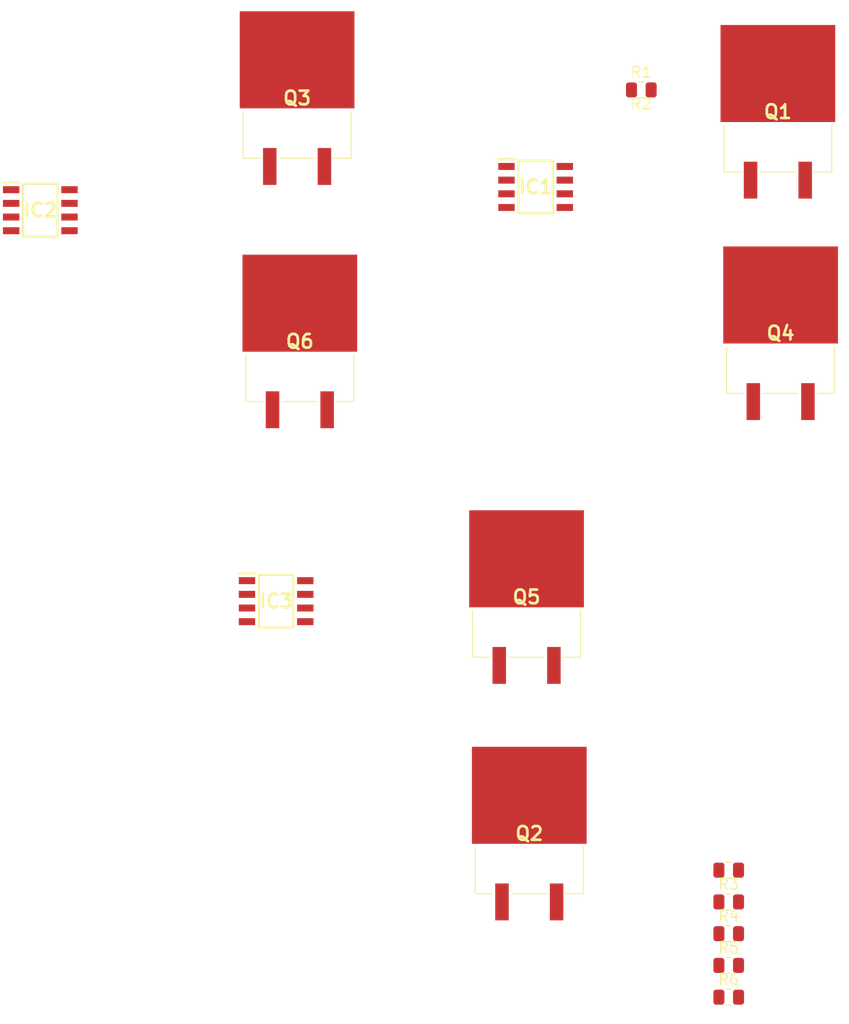
<source format=kicad_pcb>
(kicad_pcb (version 20221018) (generator pcbnew)
  (layers (0 "F.Cu" signal) (31 "B.Cu" signal) (34 "B.Paste" user) (35 "F.Paste" user) (36 "B.SilkS" user "B.Silkscreen") (37 "F.SilkS" user "F.Silkscreen") (38 "B.Mask" user) (39 "F.Mask" user) (44 "Edge.Cuts" user))
  (net 0 "")
  (net 6 "Net-(IC1-BOOTLO)")
  (net 7 "Net-(IC1-HIGHDR)")
  (net 14 "Net-(IC2-BOOTLO)")
  (net 15 "Net-(IC2-HIGHDR)")
  (net 22 "Net-(IC3-BOOTLO)")
  (net 23 "Net-(IC3-HIGHDR)")
  (net 25 "Net-(Q1-G)")
  (net 27 "Net-(Q1-S)")
  (net 28 "Net-(Q2-G)")
  (net 30 "Net-(Q2-S)")
  (net 31 "Net-(Q3-G)")
  (net 33 "Net-(Q3-S)")
  (net 34 "Net-(Q4-G)")
  (net 36 "Net-(Q5-G)")
  (net 38 "Net-(Q6-G)")
  (footprint "Resistor_SMD:R_0805_2012Metric" (layer "F.Cu") (at 122.174 129.032)
    (fp_text reference "R3" (at 0 -1.65) (layer "F.SilkS"))
    (fp_text value "1")
    (fp_line (start -0.227064 -0.735) (end 0.227064 -0.735) (stroke (width 0.12)) (layer "F.SilkS"))
    (fp_line (start -0.227064 0.735) (end 0.227064 0.735) (stroke (width 0.12)) (layer "F.SilkS"))
    (pad "1" smd roundrect (at -0.9125 0) (size 1.025 1.4) (layers "F.Cu" "F.Paste" "F.Mask") (roundrect_rratio 0.243902) (net 15 "Net-(IC2-HIGHDR)"))
    (pad "2" smd roundrect (at 0.9125 0) (size 1.025 1.4) (layers "F.Cu" "F.Paste" "F.Mask") (roundrect_rratio 0.243902) (net 28 "Net-(Q2-G)"))
  )
  (footprint "Importés_onduleur:TPS2836DR" (layer "F.Cu") (at 80.092 101.092)
    (fp_text reference "IC3" (at 0 0) (layer "F.SilkS") (effects (font (size 1.27 1.27) (thickness 0.254))))
    (fp_text value "TPS2836DR" hide)
    (fp_line (start -3.475 -2.58) (end -1.95 -2.58) (stroke (width 0.2)) (layer "F.SilkS"))
    (fp_line (start -1.6 -2.45) (end 1.6 -2.45) (stroke (width 0.2)) (layer "F.SilkS"))
    (fp_line (start -1.6 2.45) (end -1.6 -2.45) (stroke (width 0.2)) (layer "F.SilkS"))
    (fp_line (start 1.6 -2.45) (end 1.6 2.45) (stroke (width 0.2)) (layer "F.SilkS"))
    (fp_line (start 1.6 2.45) (end -1.6 2.45) (stroke (width 0.2)) (layer "F.SilkS"))
    (pad "1" smd rect (at -2.712 -1.905 90) (size 0.65 1.525) (layers "F.Cu" "F.Paste" "F.Mask"))
    (pad "2" smd rect (at -2.712 -0.635 90) (size 0.65 1.525) (layers "F.Cu" "F.Paste" "F.Mask"))
    (pad "3" smd rect (at -2.712 0.635 90) (size 0.65 1.525) (layers "F.Cu" "F.Paste" "F.Mask"))
    (pad "4" smd rect (at -2.712 1.905 90) (size 0.65 1.525) (layers "F.Cu" "F.Paste" "F.Mask"))
    (pad "5" smd rect (at 2.712 1.905 90) (size 0.65 1.525) (layers "F.Cu" "F.Paste" "F.Mask"))
    (pad "6" smd rect (at 2.712 0.635 90) (size 0.65 1.525) (layers "F.Cu" "F.Paste" "F.Mask") (net 22 "Net-(IC3-BOOTLO)"))
    (pad "7" smd rect (at 2.712 -0.635 90) (size 0.65 1.525) (layers "F.Cu" "F.Paste" "F.Mask") (net 23 "Net-(IC3-HIGHDR)"))
    (pad "8" smd rect (at 2.712 -1.905 90) (size 0.65 1.525) (layers "F.Cu" "F.Paste" "F.Mask"))
  )
  (footprint "Resistor_SMD:R_0805_2012Metric" (layer "F.Cu") (at 122.174 126.082)
    (fp_text reference "R2" (at -8.128 -71.188) (layer "F.SilkS"))
    (fp_text value "5")
    (fp_line (start -0.227064 -0.735) (end 0.227064 -0.735) (stroke (width 0.12)) (layer "F.SilkS"))
    (fp_line (start -0.227064 0.735) (end 0.227064 0.735) (stroke (width 0.12)) (layer "F.SilkS"))
    (pad "1" smd roundrect (at -0.9125 0) (size 1.025 1.4) (layers "F.Cu" "F.Paste" "F.Mask") (roundrect_rratio 0.243902) (net 6 "Net-(IC1-BOOTLO)"))
    (pad "2" smd roundrect (at 0.9125 0) (size 1.025 1.4) (layers "F.Cu" "F.Paste" "F.Mask") (roundrect_rratio 0.243902) (net 34 "Net-(Q4-G)"))
  )
  (footprint "Resistor_SMD:R_0805_2012Metric" (layer "F.Cu") (at 122.174 131.982)
    (fp_text reference "R4" (at 0 -1.65) (layer "F.SilkS"))
    (fp_text value "5")
    (fp_line (start -0.227064 -0.735) (end 0.227064 -0.735) (stroke (width 0.12)) (layer "F.SilkS"))
    (fp_line (start -0.227064 0.735) (end 0.227064 0.735) (stroke (width 0.12)) (layer "F.SilkS"))
    (pad "1" smd roundrect (at -0.9125 0) (size 1.025 1.4) (layers "F.Cu" "F.Paste" "F.Mask") (roundrect_rratio 0.243902) (net 14 "Net-(IC2-BOOTLO)"))
    (pad "2" smd roundrect (at 0.9125 0) (size 1.025 1.4) (layers "F.Cu" "F.Paste" "F.Mask") (roundrect_rratio 0.243902) (net 36 "Net-(Q5-G)"))
  )
  (footprint "Importés_onduleur:SUM60N1017E3" (layer "F.Cu") (at 103.632 124.079)
    (fp_text reference "Q2" (at 0 -1.397) (layer "F.SilkS") (effects (font (size 1.27 1.27) (thickness 0.254))))
    (fp_text value "SUM60N10-17-E3" hide)
    (fp_line (start -5.017 4.191) (end -5.017 -0.153) (stroke (width 0.1)) (layer "F.SilkS"))
    (fp_line (start -3.4 4.191) (end -5.017 4.191) (stroke (width 0.1)) (layer "F.SilkS"))
    (fp_line (start 1.6 4.191) (end -1.6 4.191) (stroke (width 0.1)) (layer "F.SilkS"))
    (fp_line (start 5.017 -0.153) (end 5.017 4.191) (stroke (width 0.1)) (layer "F.SilkS"))
    (fp_line (start 5.017 4.191) (end 3.4 4.191) (stroke (width 0.1)) (layer "F.SilkS"))
    (pad "1" smd rect (at -2.54 4.953) (size 1.257 3.429) (layers "F.Cu" "F.Paste" "F.Mask") (net 28 "Net-(Q2-G)"))
    (pad "2" smd rect (at 0 -4.953 90) (size 9.017 10.668) (layers "F.Cu" "F.Paste" "F.Mask"))
    (pad "3" smd rect (at 2.54 4.953) (size 1.257 3.429) (layers "F.Cu" "F.Paste" "F.Mask") (net 30 "Net-(Q2-S)"))
  )
  (footprint "Resistor_SMD:R_0805_2012Metric" (layer "F.Cu") (at 114.046 53.594)
    (fp_text reference "R1" (at 0 -1.65) (layer "F.SilkS"))
    (fp_text value "1")
    (fp_line (start -0.227064 -0.735) (end 0.227064 -0.735) (stroke (width 0.12)) (layer "F.SilkS"))
    (fp_line (start -0.227064 0.735) (end 0.227064 0.735) (stroke (width 0.12)) (layer "F.SilkS"))
    (pad "1" smd roundrect (at -0.9125 0) (size 1.025 1.4) (layers "F.Cu" "F.Paste" "F.Mask") (roundrect_rratio 0.243902) (net 7 "Net-(IC1-HIGHDR)"))
    (pad "2" smd roundrect (at 0.9125 0) (size 1.025 1.4) (layers "F.Cu" "F.Paste" "F.Mask") (roundrect_rratio 0.243902) (net 25 "Net-(Q1-G)"))
  )
  (footprint "Importés_onduleur:TPS2836DR" (layer "F.Cu") (at 104.222 62.611)
    (fp_text reference "IC1" (at 0 0) (layer "F.SilkS") (effects (font (size 1.27 1.27) (thickness 0.254))))
    (fp_text value "TPS2836DR" hide)
    (fp_line (start -3.475 -2.58) (end -1.95 -2.58) (stroke (width 0.2)) (layer "F.SilkS"))
    (fp_line (start -1.6 -2.45) (end 1.6 -2.45) (stroke (width 0.2)) (layer "F.SilkS"))
    (fp_line (start -1.6 2.45) (end -1.6 -2.45) (stroke (width 0.2)) (layer "F.SilkS"))
    (fp_line (start 1.6 -2.45) (end 1.6 2.45) (stroke (width 0.2)) (layer "F.SilkS"))
    (fp_line (start 1.6 2.45) (end -1.6 2.45) (stroke (width 0.2)) (layer "F.SilkS"))
    (pad "1" smd rect (at -2.712 -1.905 90) (size 0.65 1.525) (layers "F.Cu" "F.Paste" "F.Mask"))
    (pad "2" smd rect (at -2.712 -0.635 90) (size 0.65 1.525) (layers "F.Cu" "F.Paste" "F.Mask"))
    (pad "3" smd rect (at -2.712 0.635 90) (size 0.65 1.525) (layers "F.Cu" "F.Paste" "F.Mask"))
    (pad "4" smd rect (at -2.712 1.905 90) (size 0.65 1.525) (layers "F.Cu" "F.Paste" "F.Mask"))
    (pad "5" smd rect (at 2.712 1.905 90) (size 0.65 1.525) (layers "F.Cu" "F.Paste" "F.Mask"))
    (pad "6" smd rect (at 2.712 0.635 90) (size 0.65 1.525) (layers "F.Cu" "F.Paste" "F.Mask") (net 6 "Net-(IC1-BOOTLO)"))
    (pad "7" smd rect (at 2.712 -0.635 90) (size 0.65 1.525) (layers "F.Cu" "F.Paste" "F.Mask") (net 7 "Net-(IC1-HIGHDR)"))
    (pad "8" smd rect (at 2.712 -1.905 90) (size 0.65 1.525) (layers "F.Cu" "F.Paste" "F.Mask"))
  )
  (footprint "Resistor_SMD:R_0805_2012Metric" (layer "F.Cu") (at 122.174 134.932)
    (fp_text reference "R5" (at 0 -1.65) (layer "F.SilkS"))
    (fp_text value "1")
    (fp_line (start -0.227064 -0.735) (end 0.227064 -0.735) (stroke (width 0.12)) (layer "F.SilkS"))
    (fp_line (start -0.227064 0.735) (end 0.227064 0.735) (stroke (width 0.12)) (layer "F.SilkS"))
    (pad "1" smd roundrect (at -0.9125 0) (size 1.025 1.4) (layers "F.Cu" "F.Paste" "F.Mask") (roundrect_rratio 0.243902) (net 23 "Net-(IC3-HIGHDR)"))
    (pad "2" smd roundrect (at 0.9125 0) (size 1.025 1.4) (layers "F.Cu" "F.Paste" "F.Mask") (roundrect_rratio 0.243902) (net 31 "Net-(Q3-G)"))
  )
  (footprint "Importés_onduleur:SUM60N1017E3" (layer "F.Cu") (at 82.042 55.753)
    (fp_text reference "Q3" (at 0 -1.397) (layer "F.SilkS") (effects (font (size 1.27 1.27) (thickness 0.254))))
    (fp_text value "SUM60N10-17-E3" hide)
    (fp_line (start -5.017 4.191) (end -5.017 -0.153) (stroke (width 0.1)) (layer "F.SilkS"))
    (fp_line (start -3.4 4.191) (end -5.017 4.191) (stroke (width 0.1)) (layer "F.SilkS"))
    (fp_line (start 1.6 4.191) (end -1.6 4.191) (stroke (width 0.1)) (layer "F.SilkS"))
    (fp_line (start 5.017 -0.153) (end 5.017 4.191) (stroke (width 0.1)) (layer "F.SilkS"))
    (fp_line (start 5.017 4.191) (end 3.4 4.191) (stroke (width 0.1)) (layer "F.SilkS"))
    (pad "1" smd rect (at -2.54 4.953) (size 1.257 3.429) (layers "F.Cu" "F.Paste" "F.Mask") (net 31 "Net-(Q3-G)"))
    (pad "2" smd rect (at 0 -4.953 90) (size 9.017 10.668) (layers "F.Cu" "F.Paste" "F.Mask"))
    (pad "3" smd rect (at 2.54 4.953) (size 1.257 3.429) (layers "F.Cu" "F.Paste" "F.Mask") (net 33 "Net-(Q3-S)"))
  )
  (footprint "Importés_onduleur:SUM60N1017E3" (layer "F.Cu") (at 103.378 102.108)
    (fp_text reference "Q5" (at 0 -1.397) (layer "F.SilkS") (effects (font (size 1.27 1.27) (thickness 0.254))))
    (fp_text value "SUM60N10-17-E3" hide)
    (fp_line (start -5.017 4.191) (end -5.017 -0.153) (stroke (width 0.1)) (layer "F.SilkS"))
    (fp_line (start -3.4 4.191) (end -5.017 4.191) (stroke (width 0.1)) (layer "F.SilkS"))
    (fp_line (start 1.6 4.191) (end -1.6 4.191) (stroke (width 0.1)) (layer "F.SilkS"))
    (fp_line (start 5.017 -0.153) (end 5.017 4.191) (stroke (width 0.1)) (layer "F.SilkS"))
    (fp_line (start 5.017 4.191) (end 3.4 4.191) (stroke (width 0.1)) (layer "F.SilkS"))
    (pad "1" smd rect (at -2.54 4.953) (size 1.257 3.429) (layers "F.Cu" "F.Paste" "F.Mask") (net 36 "Net-(Q5-G)"))
    (pad "2" smd rect (at 0 -4.953 90) (size 9.017 10.668) (layers "F.Cu" "F.Paste" "F.Mask") (net 30 "Net-(Q2-S)"))
    (pad "3" smd rect (at 2.54 4.953) (size 1.257 3.429) (layers "F.Cu" "F.Paste" "F.Mask"))
  )
  (footprint "Resistor_SMD:R_0805_2012Metric" (layer "F.Cu") (at 122.174 137.882)
    (fp_text reference "R6" (at 0 -1.65) (layer "F.SilkS"))
    (fp_text value "5")
    (fp_line (start -0.227064 -0.735) (end 0.227064 -0.735) (stroke (width 0.12)) (layer "F.SilkS"))
    (fp_line (start -0.227064 0.735) (end 0.227064 0.735) (stroke (width 0.12)) (layer "F.SilkS"))
    (pad "1" smd roundrect (at -0.9125 0) (size 1.025 1.4) (layers "F.Cu" "F.Paste" "F.Mask") (roundrect_rratio 0.243902) (net 22 "Net-(IC3-BOOTLO)"))
    (pad "2" smd roundrect (at 0.9125 0) (size 1.025 1.4) (layers "F.Cu" "F.Paste" "F.Mask") (roundrect_rratio 0.243902) (net 38 "Net-(Q6-G)"))
  )
  (footprint "Importés_onduleur:SUM60N1017E3" (layer "F.Cu") (at 126.746 57.023)
    (fp_text reference "Q1" (at 0 -1.397) (layer "F.SilkS") (effects (font (size 1.27 1.27) (thickness 0.254))))
    (fp_text value "SUM60N10-17-E3" hide)
    (fp_line (start -5.017 4.191) (end -5.017 -0.153) (stroke (width 0.1)) (layer "F.SilkS"))
    (fp_line (start -3.4 4.191) (end -5.017 4.191) (stroke (width 0.1)) (layer "F.SilkS"))
    (fp_line (start 1.6 4.191) (end -1.6 4.191) (stroke (width 0.1)) (layer "F.SilkS"))
    (fp_line (start 5.017 -0.153) (end 5.017 4.191) (stroke (width 0.1)) (layer "F.SilkS"))
    (fp_line (start 5.017 4.191) (end 3.4 4.191) (stroke (width 0.1)) (layer "F.SilkS"))
    (pad "1" smd rect (at -2.54 4.953) (size 1.257 3.429) (layers "F.Cu" "F.Paste" "F.Mask") (net 25 "Net-(Q1-G)"))
    (pad "2" smd rect (at 0 -4.953 90) (size 9.017 10.668) (layers "F.Cu" "F.Paste" "F.Mask"))
    (pad "3" smd rect (at 2.54 4.953) (size 1.257 3.429) (layers "F.Cu" "F.Paste" "F.Mask") (net 27 "Net-(Q1-S)"))
  )
  (footprint "Importés_onduleur:SUM60N1017E3" (layer "F.Cu") (at 82.296 78.359)
    (fp_text reference "Q6" (at 0 -1.397) (layer "F.SilkS") (effects (font (size 1.27 1.27) (thickness 0.254))))
    (fp_text value "SUM60N10-17-E3" hide)
    (fp_line (start -5.017 4.191) (end -5.017 -0.153) (stroke (width 0.1)) (layer "F.SilkS"))
    (fp_line (start -3.4 4.191) (end -5.017 4.191) (stroke (width 0.1)) (layer "F.SilkS"))
    (fp_line (start 1.6 4.191) (end -1.6 4.191) (stroke (width 0.1)) (layer "F.SilkS"))
    (fp_line (start 5.017 -0.153) (end 5.017 4.191) (stroke (width 0.1)) (layer "F.SilkS"))
    (fp_line (start 5.017 4.191) (end 3.4 4.191) (stroke (width 0.1)) (layer "F.SilkS"))
    (pad "1" smd rect (at -2.54 4.953) (size 1.257 3.429) (layers "F.Cu" "F.Paste" "F.Mask") (net 38 "Net-(Q6-G)"))
    (pad "2" smd rect (at 0 -4.953 90) (size 9.017 10.668) (layers "F.Cu" "F.Paste" "F.Mask") (net 33 "Net-(Q3-S)"))
    (pad "3" smd rect (at 2.54 4.953) (size 1.257 3.429) (layers "F.Cu" "F.Paste" "F.Mask"))
  )
  (footprint "Importés_onduleur:TPS2836DR" (layer "F.Cu") (at 58.166 64.77)
    (fp_text reference "IC2" (at 0 0) (layer "F.SilkS") (effects (font (size 1.27 1.27) (thickness 0.254))))
    (fp_text value "TPS2836DR" hide)
    (fp_line (start -3.475 -2.58) (end -1.95 -2.58) (stroke (width 0.2)) (layer "F.SilkS"))
    (fp_line (start -1.6 -2.45) (end 1.6 -2.45) (stroke (width 0.2)) (layer "F.SilkS"))
    (fp_line (start -1.6 2.45) (end -1.6 -2.45) (stroke (width 0.2)) (layer "F.SilkS"))
    (fp_line (start 1.6 -2.45) (end 1.6 2.45) (stroke (width 0.2)) (layer "F.SilkS"))
    (fp_line (start 1.6 2.45) (end -1.6 2.45) (stroke (width 0.2)) (layer "F.SilkS"))
    (pad "1" smd rect (at -2.712 -1.905 90) (size 0.65 1.525) (layers "F.Cu" "F.Paste" "F.Mask"))
    (pad "2" smd rect (at -2.712 -0.635 90) (size 0.65 1.525) (layers "F.Cu" "F.Paste" "F.Mask"))
    (pad "3" smd rect (at -2.712 0.635 90) (size 0.65 1.525) (layers "F.Cu" "F.Paste" "F.Mask"))
    (pad "4" smd rect (at -2.712 1.905 90) (size 0.65 1.525) (layers "F.Cu" "F.Paste" "F.Mask"))
    (pad "5" smd rect (at 2.712 1.905 90) (size 0.65 1.525) (layers "F.Cu" "F.Paste" "F.Mask"))
    (pad "6" smd rect (at 2.712 0.635 90) (size 0.65 1.525) (layers "F.Cu" "F.Paste" "F.Mask") (net 14 "Net-(IC2-BOOTLO)"))
    (pad "7" smd rect (at 2.712 -0.635 90) (size 0.65 1.525) (layers "F.Cu" "F.Paste" "F.Mask") (net 15 "Net-(IC2-HIGHDR)"))
    (pad "8" smd rect (at 2.712 -1.905 90) (size 0.65 1.525) (layers "F.Cu" "F.Paste" "F.Mask"))
  )
  (footprint "Importés_onduleur:SUM60N1017E3" (layer "F.Cu") (at 127 77.597)
    (fp_text reference "Q4" (at 0 -1.397) (layer "F.SilkS") (effects (font (size 1.27 1.27) (thickness 0.254))))
    (fp_text value "SUM60N10-17-E3" hide)
    (fp_line (start -5.017 4.191) (end -5.017 -0.153) (stroke (width 0.1)) (layer "F.SilkS"))
    (fp_line (start -3.4 4.191) (end -5.017 4.191) (stroke (width 0.1)) (layer "F.SilkS"))
    (fp_line (start 1.6 4.191) (end -1.6 4.191) (stroke (width 0.1)) (layer "F.SilkS"))
    (fp_line (start 5.017 -0.153) (end 5.017 4.191) (stroke (width 0.1)) (layer "F.SilkS"))
    (fp_line (start 5.017 4.191) (end 3.4 4.191) (stroke (width 0.1)) (layer "F.SilkS"))
    (pad "1" smd rect (at -2.54 4.953) (size 1.257 3.429) (layers "F.Cu" "F.Paste" "F.Mask") (net 34 "Net-(Q4-G)"))
    (pad "2" smd rect (at 0 -4.953 90) (size 9.017 10.668) (layers "F.Cu" "F.Paste" "F.Mask") (net 27 "Net-(Q1-S)"))
    (pad "3" smd rect (at 2.54 4.953) (size 1.257 3.429) (layers "F.Cu" "F.Paste" "F.Mask"))
  )
)
</source>
